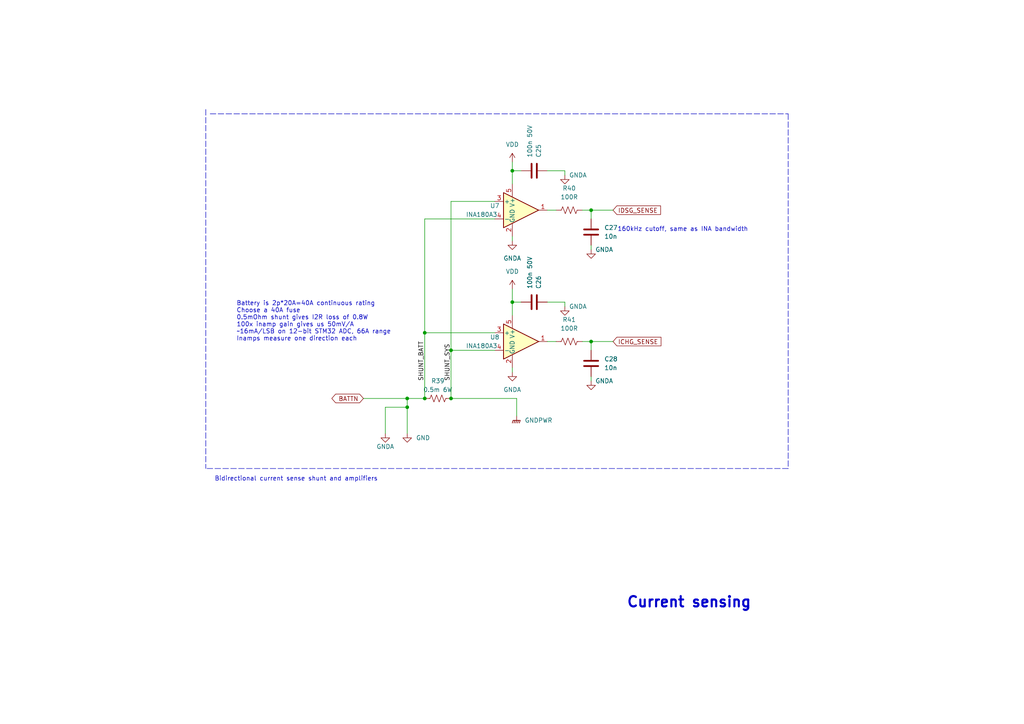
<source format=kicad_sch>
(kicad_sch (version 20211123) (generator eeschema)
  (paper "A4")
  (lib_symbols
    (symbol "Amplifier_Current:INA180A3" (pin_names (offset 0.127))
      (property "Reference" "U" (at 3.81 3.81 0))
      (property "Value" "INA180A3" (at 3.81 -2.54 0))
      (symbol "INA180A3_0_1"
        (polyline (pts (xy 5.08 0) (xy -5.08 5.08) (xy -5.08 -5.08) (xy 5.08 0)) (stroke (width 0.254)) (fill (type background)))
      )
      (symbol "INA180A3_1_1"
        (pin output line (at 7.62 0 180) (length 2.54) (name "~") (number "1"))
        (pin power_in line (at -2.54 -7.62 90) (length 3.81) (name "GND") (number "2"))
        (pin input line (at -7.62 2.54 0) (length 2.54) (name "+") (number "3"))
        (pin input line (at -7.62 -2.54 0) (length 2.54) (name "-") (number "4"))
        (pin power_in line (at -2.54 7.62 270) (length 3.81) (name "V+") (number "5"))
      )
    )
    (symbol "Device:C" (pin_numbers hide) (pin_names (offset 0.254))
      (property "Reference" "C" (at 0.635 2.54 0))
      (property "Value" "C" (at 0.635 -2.54 0))
      (symbol "C_0_1"
        (polyline (pts (xy -2.032 -0.762) (xy 2.032 -0.762)) (stroke (width 0.508)))
        (polyline (pts (xy -2.032 0.762) (xy 2.032 0.762)) (stroke (width 0.508)))
      )
      (symbol "C_1_1"
        (pin passive line (at 0 3.81 270) (length 2.794) (name "~") (number "1"))
        (pin passive line (at 0 -3.81 90) (length 2.794) (name "~") (number "2"))
      )
    )
    (symbol "Device:R_US" (pin_numbers hide) (pin_names (offset 0))
      (property "Reference" "R" (at 2.54 0 90))
      (property "Value" "R_US" (at -2.54 0 90))
      (symbol "R_US_0_1"
        (polyline (pts (xy 0 -2.286) (xy 0 -2.54)))
        (polyline (pts (xy 0 2.286) (xy 0 2.54)))
        (polyline (pts (xy 0 -0.762) (xy 1.016 -1.143) (xy 0 -1.524) (xy -1.016 -1.905) (xy 0 -2.286)))
        (polyline (pts (xy 0 0.762) (xy 1.016 0.381) (xy 0 0) (xy -1.016 -0.381) (xy 0 -0.762)))
        (polyline (pts (xy 0 2.286) (xy 1.016 1.905) (xy 0 1.524) (xy -1.016 1.143) (xy 0 0.762)))
      )
      (symbol "R_US_1_1"
        (pin passive line (at 0 3.81 270) (length 1.27) (name "~") (number "1"))
        (pin passive line (at 0 -3.81 90) (length 1.27) (name "~") (number "2"))
      )
    )
    (symbol "power:GND" (power) (pin_names (offset 0))
      (property "Value" "GND" (at 0 -3.81 0))
      (symbol "GND_0_1"
        (polyline (pts (xy 0 0) (xy 0 -1.27) (xy 1.27 -1.27) (xy 0 -2.54) (xy -1.27 -1.27) (xy 0 -1.27)))
      )
      (symbol "GND_1_1"
        (pin power_in line (at 0 0 270) (length 0) hide (name "GND") (number "1"))
      )
    )
    (symbol "power:GNDA" (power) (pin_names (offset 0))
      (property "Value" "GNDA" (at 0 -3.81 0))
      (symbol "GNDA_0_1"
        (polyline (pts (xy 0 0) (xy 0 -1.27) (xy 1.27 -1.27) (xy 0 -2.54) (xy -1.27 -1.27) (xy 0 -1.27)))
      )
      (symbol "GNDA_1_1"
        (pin power_in line (at 0 0 270) (length 0) hide (name "GNDA") (number "1"))
      )
    )
    (symbol "power:GNDPWR" (power) (pin_names (offset 0))
      (property "Value" "GNDPWR" (at 0 -3.302 0))
      (symbol "GNDPWR_0_1"
        (polyline (pts (xy 0 -1.27) (xy 0 0)))
        (polyline (pts (xy -1.016 -1.27) (xy -1.27 -2.032) (xy -1.27 -2.032)) (stroke (width 0.2032)))
        (polyline (pts (xy -0.508 -1.27) (xy -0.762 -2.032) (xy -0.762 -2.032)) (stroke (width 0.2032)))
        (polyline (pts (xy 0 -1.27) (xy -0.254 -2.032) (xy -0.254 -2.032)) (stroke (width 0.2032)))
        (polyline (pts (xy 0.508 -1.27) (xy 0.254 -2.032) (xy 0.254 -2.032)) (stroke (width 0.2032)))
        (polyline (pts (xy 1.016 -1.27) (xy -1.016 -1.27) (xy -1.016 -1.27)) (stroke (width 0.2032)))
        (polyline (pts (xy 1.016 -1.27) (xy 0.762 -2.032) (xy 0.762 -2.032) (xy 0.762 -2.032)) (stroke (width 0.2032)))
      )
      (symbol "GNDPWR_1_1"
        (pin power_in line (at 0 0 270) (length 0) hide (name "GNDPWR") (number "1"))
      )
    )
    (symbol "power:VDD" (power) (pin_names (offset 0))
      (property "Value" "VDD" (at 0 3.81 0))
      (symbol "VDD_0_1"
        (polyline (pts (xy -0.762 1.27) (xy 0 2.54)))
        (polyline (pts (xy 0 0) (xy 0 2.54)))
        (polyline (pts (xy 0 2.54) (xy 0.762 1.27)))
      )
      (symbol "VDD_1_1"
        (pin power_in line (at 0 0 90) (length 0) hide (name "VDD") (number "1"))
      )
    )
  )
  (junction (at 171.45 60.96))
  (junction (at 148.59 87.63))
  (junction (at 123.19 115.57))
  (junction (at 118.11 115.57))
  (junction (at 123.19 96.52))
  (junction (at 118.11 118.11))
  (junction (at 130.81 115.57))
  (junction (at 130.81 101.6))
  (junction (at 171.45 99.06))
  (junction (at 148.59 49.53))
  (polyline (pts (xy 60.96 33.02) (xy 228.6 33.02)))
  (wire (pts (xy 118.11 115.57) (xy 123.19 115.57)))
  (wire (pts (xy 148.59 49.53) (xy 148.59 53.34)))
  (wire (pts (xy 163.83 87.63) (xy 163.83 88.9)))
  (wire (pts (xy 148.59 69.85) (xy 148.59 68.58)))
  (wire (pts (xy 130.81 101.6) (xy 143.51 101.6)))
  (wire (pts (xy 111.76 118.11) (xy 118.11 118.11)))
  (wire (pts (xy 171.45 99.06) (xy 177.8 99.06)))
  (wire (pts (xy 148.59 87.63) (xy 151.13 87.63)))
  (wire (pts (xy 143.51 96.52) (xy 123.19 96.52)))
  (wire (pts (xy 149.86 120.65) (xy 149.86 115.57)))
  (wire (pts (xy 148.59 46.99) (xy 148.59 49.53)))
  (wire (pts (xy 105.41 115.57) (xy 118.11 115.57)))
  (polyline (pts (xy 59.69 31.75) (xy 59.69 135.89)))
  (wire (pts (xy 148.59 83.82) (xy 148.59 87.63)))
  (wire (pts (xy 171.45 60.96) (xy 171.45 63.5)))
  (wire (pts (xy 158.75 99.06) (xy 161.29 99.06)))
  (wire (pts (xy 118.11 118.11) (xy 118.11 125.73)))
  (wire (pts (xy 123.19 63.5) (xy 123.19 96.52)))
  (wire (pts (xy 143.51 63.5) (xy 123.19 63.5)))
  (wire (pts (xy 168.91 99.06) (xy 171.45 99.06)))
  (polyline (pts (xy 228.6 135.89) (xy 59.69 135.89)))
  (wire (pts (xy 130.81 115.57) (xy 149.86 115.57)))
  (wire (pts (xy 168.91 60.96) (xy 171.45 60.96)))
  (wire (pts (xy 148.59 49.53) (xy 151.13 49.53)))
  (wire (pts (xy 130.81 101.6) (xy 130.81 115.57)))
  (wire (pts (xy 111.76 118.11) (xy 111.76 125.73)))
  (wire (pts (xy 163.83 49.53) (xy 158.75 49.53)))
  (wire (pts (xy 118.11 115.57) (xy 118.11 118.11)))
  (polyline (pts (xy 228.6 33.02) (xy 228.6 135.89)))
  (wire (pts (xy 130.81 58.42) (xy 130.81 101.6)))
  (wire (pts (xy 171.45 60.96) (xy 177.8 60.96)))
  (wire (pts (xy 148.59 107.95) (xy 148.59 106.68)))
  (wire (pts (xy 123.19 96.52) (xy 123.19 115.57)))
  (wire (pts (xy 158.75 60.96) (xy 161.29 60.96)))
  (wire (pts (xy 130.81 58.42) (xy 143.51 58.42)))
  (wire (pts (xy 171.45 99.06) (xy 171.45 101.6)))
  (wire (pts (xy 171.45 110.49) (xy 171.45 109.22)))
  (wire (pts (xy 171.45 72.39) (xy 171.45 71.12)))
  (wire (pts (xy 163.83 87.63) (xy 158.75 87.63)))
  (wire (pts (xy 148.59 87.63) (xy 148.59 91.44)))
  (wire (pts (xy 163.83 49.53) (xy 163.83 50.8)))
  (text "160kHz cutoff, same as INA bandwidth" (at 179.07 67.31 0) (effects (font (size 1.27 1.27)) (justify left bottom)))
  (text "Battery is 2p*20A=40A continuous rating\nChoose a 40A fuse\n0.5mOhm shunt gives I2R loss of 0.8W\n100x inamp gain gives us 50mV/A\n~16mA/LSB on 12-bit STM32 ADC, 66A range\nInamps measure one direction each" (at 68.58 99.06 0) (effects (font (size 1.27 1.27)) (justify left bottom)))
  (text "Current sensing" (at 181.61 176.53 0) (effects (font (size 3 3) bold) (justify left bottom)))
  (text "Bidirectional current sense shunt and amplifiers" (at 62.23 139.7 0) (effects (font (size 1.27 1.27)) (justify left bottom)))
  (label "SHUNT_BATT" (at 123.19 110.49 90))
  (label "SHUNT_SYS" (at 130.81 110.49 90))
  (global_label "BATTN" (shape bidirectional) (at 105.41 115.57 180) (property "Intersheet References" "${INTERSHEET_REFS}" (effects hide)))
  (global_label "ICHG_SENSE" (shape input) (at 177.8 99.06 0) (property "Intersheet References" "${INTERSHEET_REFS}" (effects hide)))
  (global_label "IDSG_SENSE" (shape input) (at 177.8 60.96 0) (property "Intersheet References" "${INTERSHEET_REFS}" (effects hide)))
  (symbol (lib_id "power:GNDA") (at 148.59 69.85 0) (unit 1)
    (property "Reference" "#PWR055" (effects hide))
    (property "Value" "GNDA" (at 148.59 74.93 0))
  )
  (symbol (lib_id "power:GNDA") (at 148.59 107.95 0) (unit 1)
    (property "Reference" "#PWR057" (effects hide))
    (property "Value" "GNDA" (at 148.59 113.03 0))
  )
  (symbol (lib_id "power:GNDA") (at 171.45 72.39 0) (unit 1)
    (property "Reference" "#PWR061" (effects hide))
    (property "Value" "GNDA" (at 175.26 72.39 0))
  )
  (symbol (lib_id "power:GND") (at 118.11 125.73 0) (unit 1)
    (property "Reference" "#PWR053" (effects hide))
    (property "Value" "GND" (at 120.65 126.9999 0) (effects (justify left)))
  )
  (symbol (lib_id "Device:R_US") (at 165.1 99.06 270) (unit 1)
    (property "Reference" "R41" (at 165.1 92.71 90))
    (property "Value" "100R" (at 165.1 95.25 90))
    (property "Footprint" "Resistor_SMD:R_0805_2012Metric_Pad1.20x1.40mm_HandSolder" (effects hide))
    (property "part_number" "RC0805FR-07100RL" (effects hide))
  )
  (symbol (lib_id "Device:C") (at 171.45 67.31 0) (unit 1)
    (property "Reference" "C27" (at 175.26 66.0399 0) (effects (justify left)))
    (property "Value" "10n" (at 175.26 68.58 0) (effects (justify left)))
    (property "Footprint" "Resistor_SMD:R_0805_2012Metric_Pad1.20x1.40mm_HandSolder" (effects hide))
    (property "part_number" "GCM219R71H103KA37D" (effects hide))
  )
  (symbol (lib_id "power:GNDA") (at 171.45 110.49 0) (unit 1)
    (property "Reference" "#PWR062" (effects hide))
    (property "Value" "GNDA" (at 175.26 110.49 0))
  )
  (symbol (lib_id "Amplifier_Current:INA180A3") (at 151.13 99.06 0) (unit 1)
    (property "Reference" "U8" (at 143.51 97.79 0))
    (property "Value" "INA180A3" (at 139.7 100.33 0))
    (property "Footprint" "Package_TO_SOT_SMD:SOT-23-5" (effects hide))
    (property "Datasheet" "http://www.ti.com/lit/ds/symlink/ina180.pdf" (effects hide))
    (property "part_number" "INA180A3" (effects hide))
  )
  (symbol (lib_id "power:GNDA") (at 163.83 88.9 0) (unit 1)
    (property "Reference" "#PWR060" (effects hide))
    (property "Value" "GNDA" (at 167.64 88.9 0))
  )
  (symbol (lib_id "Device:R_US") (at 127 115.57 270) (unit 1)
    (property "Reference" "R39" (at 127 110.49 90))
    (property "Value" "0.5m 6W" (at 127 113.03 90))
    (property "Footprint" "Resistor_SMD:R_2512_6332Metric" (effects hide))
    (property "part_number" "SSA2512L0M50FWR" (effects hide))
  )
  (symbol (lib_id "Device:C") (at 154.94 49.53 270) (mirror x) (unit 1)
    (property "Reference" "C25" (at 156.21 45.72 0) (effects (justify left)))
    (property "Value" "100n 50V" (at 153.67 45.72 0) (effects (justify left)))
    (property "Footprint" "Capacitor_SMD:C_0805_2012Metric" (effects hide))
    (property "part_number" "GCD21BR71H104KA01L" (effects hide))
  )
  (symbol (lib_id "power:GNDPWR") (at 149.86 120.65 0) (unit 1)
    (property "Reference" "#PWR058" (effects hide))
    (property "Value" "GNDPWR" (at 156.21 121.92 0))
  )
  (symbol (lib_id "power:GNDA") (at 111.76 125.73 0) (unit 1)
    (property "Reference" "#PWR052" (effects hide))
    (property "Value" "GNDA" (at 111.76 129.54 0))
  )
  (symbol (lib_id "power:VDD") (at 148.59 83.82 0) (unit 1)
    (property "Reference" "#PWR0105" (effects hide))
    (property "Value" "VDD" (at 148.59 78.74 0))
  )
  (symbol (lib_id "Device:R_US") (at 165.1 60.96 270) (unit 1)
    (property "Reference" "R40" (at 165.1 54.61 90))
    (property "Value" "100R" (at 165.1 57.15 90))
    (property "Footprint" "Resistor_SMD:R_0805_2012Metric_Pad1.20x1.40mm_HandSolder" (effects hide))
    (property "part_number" "RC0805FR-07100RL" (effects hide))
  )
  (symbol (lib_id "Device:C") (at 171.45 105.41 0) (unit 1)
    (property "Reference" "C28" (at 175.26 104.1399 0) (effects (justify left)))
    (property "Value" "10n" (at 175.26 106.68 0) (effects (justify left)))
    (property "Footprint" "Resistor_SMD:R_0805_2012Metric_Pad1.20x1.40mm_HandSolder" (effects hide))
    (property "part_number" "GCM219R71H103KA37D" (effects hide))
  )
  (symbol (lib_id "power:GNDA") (at 163.83 50.8 0) (unit 1)
    (property "Reference" "#PWR059" (effects hide))
    (property "Value" "GNDA" (at 167.64 50.8 0))
  )
  (symbol (lib_id "Amplifier_Current:INA180A3") (at 151.13 60.96 0) (unit 1)
    (property "Reference" "U7" (at 143.51 59.69 0))
    (property "Value" "INA180A3" (at 139.7 62.23 0))
    (property "Footprint" "Package_TO_SOT_SMD:SOT-23-5" (effects hide))
    (property "Datasheet" "http://www.ti.com/lit/ds/symlink/ina180.pdf" (effects hide))
    (property "part_number" "INA180A3" (effects hide))
  )
  (symbol (lib_id "Device:C") (at 154.94 87.63 270) (mirror x) (unit 1)
    (property "Reference" "C26" (at 156.21 83.82 0) (effects (justify left)))
    (property "Value" "100n 50V" (at 153.67 83.82 0) (effects (justify left)))
    (property "Footprint" "Capacitor_SMD:C_0805_2012Metric" (effects hide))
    (property "part_number" "GCD21BR71H104KA01L" (effects hide))
  )
  (symbol (lib_id "power:VDD") (at 148.59 46.99 0) (unit 1)
    (property "Reference" "#PWR0104" (effects hide))
    (property "Value" "VDD" (at 148.59 41.91 0))
  )
)
</source>
